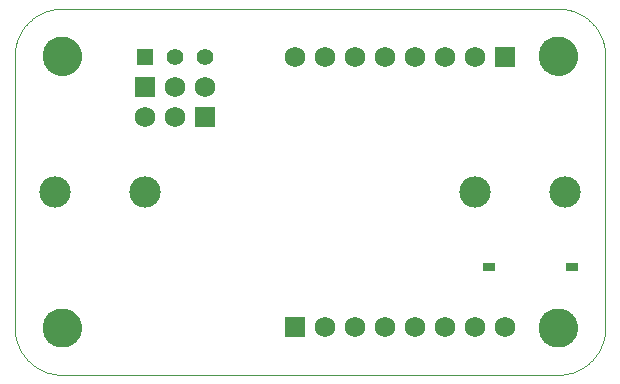
<source format=gbs>
G75*
%MOIN*%
%OFA0B0*%
%FSLAX25Y25*%
%IPPOS*%
%LPD*%
%AMOC8*
5,1,8,0,0,1.08239X$1,22.5*
%
%ADD10C,0.00000*%
%ADD11C,0.12998*%
%ADD12R,0.06825X0.06825*%
%ADD13C,0.06825*%
%ADD14R,0.05550X0.05550*%
%ADD15C,0.05550*%
%ADD16R,0.04337X0.02762*%
%ADD17C,0.10450*%
D10*
X0047094Y0034156D02*
X0212449Y0034156D01*
X0206150Y0049904D02*
X0206152Y0050062D01*
X0206158Y0050220D01*
X0206168Y0050378D01*
X0206182Y0050536D01*
X0206200Y0050693D01*
X0206221Y0050850D01*
X0206247Y0051006D01*
X0206277Y0051162D01*
X0206310Y0051317D01*
X0206348Y0051470D01*
X0206389Y0051623D01*
X0206434Y0051775D01*
X0206483Y0051926D01*
X0206536Y0052075D01*
X0206592Y0052223D01*
X0206652Y0052369D01*
X0206716Y0052514D01*
X0206784Y0052657D01*
X0206855Y0052799D01*
X0206929Y0052939D01*
X0207007Y0053076D01*
X0207089Y0053212D01*
X0207173Y0053346D01*
X0207262Y0053477D01*
X0207353Y0053606D01*
X0207448Y0053733D01*
X0207545Y0053858D01*
X0207646Y0053980D01*
X0207750Y0054099D01*
X0207857Y0054216D01*
X0207967Y0054330D01*
X0208080Y0054441D01*
X0208195Y0054550D01*
X0208313Y0054655D01*
X0208434Y0054757D01*
X0208557Y0054857D01*
X0208683Y0054953D01*
X0208811Y0055046D01*
X0208941Y0055136D01*
X0209074Y0055222D01*
X0209209Y0055306D01*
X0209345Y0055385D01*
X0209484Y0055462D01*
X0209625Y0055534D01*
X0209767Y0055604D01*
X0209911Y0055669D01*
X0210057Y0055731D01*
X0210204Y0055789D01*
X0210353Y0055844D01*
X0210503Y0055895D01*
X0210654Y0055942D01*
X0210806Y0055985D01*
X0210959Y0056024D01*
X0211114Y0056060D01*
X0211269Y0056091D01*
X0211425Y0056119D01*
X0211581Y0056143D01*
X0211738Y0056163D01*
X0211896Y0056179D01*
X0212053Y0056191D01*
X0212212Y0056199D01*
X0212370Y0056203D01*
X0212528Y0056203D01*
X0212686Y0056199D01*
X0212845Y0056191D01*
X0213002Y0056179D01*
X0213160Y0056163D01*
X0213317Y0056143D01*
X0213473Y0056119D01*
X0213629Y0056091D01*
X0213784Y0056060D01*
X0213939Y0056024D01*
X0214092Y0055985D01*
X0214244Y0055942D01*
X0214395Y0055895D01*
X0214545Y0055844D01*
X0214694Y0055789D01*
X0214841Y0055731D01*
X0214987Y0055669D01*
X0215131Y0055604D01*
X0215273Y0055534D01*
X0215414Y0055462D01*
X0215553Y0055385D01*
X0215689Y0055306D01*
X0215824Y0055222D01*
X0215957Y0055136D01*
X0216087Y0055046D01*
X0216215Y0054953D01*
X0216341Y0054857D01*
X0216464Y0054757D01*
X0216585Y0054655D01*
X0216703Y0054550D01*
X0216818Y0054441D01*
X0216931Y0054330D01*
X0217041Y0054216D01*
X0217148Y0054099D01*
X0217252Y0053980D01*
X0217353Y0053858D01*
X0217450Y0053733D01*
X0217545Y0053606D01*
X0217636Y0053477D01*
X0217725Y0053346D01*
X0217809Y0053212D01*
X0217891Y0053076D01*
X0217969Y0052939D01*
X0218043Y0052799D01*
X0218114Y0052657D01*
X0218182Y0052514D01*
X0218246Y0052369D01*
X0218306Y0052223D01*
X0218362Y0052075D01*
X0218415Y0051926D01*
X0218464Y0051775D01*
X0218509Y0051623D01*
X0218550Y0051470D01*
X0218588Y0051317D01*
X0218621Y0051162D01*
X0218651Y0051006D01*
X0218677Y0050850D01*
X0218698Y0050693D01*
X0218716Y0050536D01*
X0218730Y0050378D01*
X0218740Y0050220D01*
X0218746Y0050062D01*
X0218748Y0049904D01*
X0218746Y0049746D01*
X0218740Y0049588D01*
X0218730Y0049430D01*
X0218716Y0049272D01*
X0218698Y0049115D01*
X0218677Y0048958D01*
X0218651Y0048802D01*
X0218621Y0048646D01*
X0218588Y0048491D01*
X0218550Y0048338D01*
X0218509Y0048185D01*
X0218464Y0048033D01*
X0218415Y0047882D01*
X0218362Y0047733D01*
X0218306Y0047585D01*
X0218246Y0047439D01*
X0218182Y0047294D01*
X0218114Y0047151D01*
X0218043Y0047009D01*
X0217969Y0046869D01*
X0217891Y0046732D01*
X0217809Y0046596D01*
X0217725Y0046462D01*
X0217636Y0046331D01*
X0217545Y0046202D01*
X0217450Y0046075D01*
X0217353Y0045950D01*
X0217252Y0045828D01*
X0217148Y0045709D01*
X0217041Y0045592D01*
X0216931Y0045478D01*
X0216818Y0045367D01*
X0216703Y0045258D01*
X0216585Y0045153D01*
X0216464Y0045051D01*
X0216341Y0044951D01*
X0216215Y0044855D01*
X0216087Y0044762D01*
X0215957Y0044672D01*
X0215824Y0044586D01*
X0215689Y0044502D01*
X0215553Y0044423D01*
X0215414Y0044346D01*
X0215273Y0044274D01*
X0215131Y0044204D01*
X0214987Y0044139D01*
X0214841Y0044077D01*
X0214694Y0044019D01*
X0214545Y0043964D01*
X0214395Y0043913D01*
X0214244Y0043866D01*
X0214092Y0043823D01*
X0213939Y0043784D01*
X0213784Y0043748D01*
X0213629Y0043717D01*
X0213473Y0043689D01*
X0213317Y0043665D01*
X0213160Y0043645D01*
X0213002Y0043629D01*
X0212845Y0043617D01*
X0212686Y0043609D01*
X0212528Y0043605D01*
X0212370Y0043605D01*
X0212212Y0043609D01*
X0212053Y0043617D01*
X0211896Y0043629D01*
X0211738Y0043645D01*
X0211581Y0043665D01*
X0211425Y0043689D01*
X0211269Y0043717D01*
X0211114Y0043748D01*
X0210959Y0043784D01*
X0210806Y0043823D01*
X0210654Y0043866D01*
X0210503Y0043913D01*
X0210353Y0043964D01*
X0210204Y0044019D01*
X0210057Y0044077D01*
X0209911Y0044139D01*
X0209767Y0044204D01*
X0209625Y0044274D01*
X0209484Y0044346D01*
X0209345Y0044423D01*
X0209209Y0044502D01*
X0209074Y0044586D01*
X0208941Y0044672D01*
X0208811Y0044762D01*
X0208683Y0044855D01*
X0208557Y0044951D01*
X0208434Y0045051D01*
X0208313Y0045153D01*
X0208195Y0045258D01*
X0208080Y0045367D01*
X0207967Y0045478D01*
X0207857Y0045592D01*
X0207750Y0045709D01*
X0207646Y0045828D01*
X0207545Y0045950D01*
X0207448Y0046075D01*
X0207353Y0046202D01*
X0207262Y0046331D01*
X0207173Y0046462D01*
X0207089Y0046596D01*
X0207007Y0046732D01*
X0206929Y0046869D01*
X0206855Y0047009D01*
X0206784Y0047151D01*
X0206716Y0047294D01*
X0206652Y0047439D01*
X0206592Y0047585D01*
X0206536Y0047733D01*
X0206483Y0047882D01*
X0206434Y0048033D01*
X0206389Y0048185D01*
X0206348Y0048338D01*
X0206310Y0048491D01*
X0206277Y0048646D01*
X0206247Y0048802D01*
X0206221Y0048958D01*
X0206200Y0049115D01*
X0206182Y0049272D01*
X0206168Y0049430D01*
X0206158Y0049588D01*
X0206152Y0049746D01*
X0206150Y0049904D01*
X0212449Y0034156D02*
X0212830Y0034161D01*
X0213210Y0034174D01*
X0213590Y0034197D01*
X0213969Y0034230D01*
X0214347Y0034271D01*
X0214724Y0034321D01*
X0215100Y0034381D01*
X0215475Y0034449D01*
X0215847Y0034527D01*
X0216218Y0034614D01*
X0216586Y0034709D01*
X0216952Y0034814D01*
X0217315Y0034927D01*
X0217676Y0035049D01*
X0218033Y0035179D01*
X0218387Y0035319D01*
X0218738Y0035466D01*
X0219085Y0035623D01*
X0219428Y0035787D01*
X0219767Y0035960D01*
X0220102Y0036141D01*
X0220433Y0036330D01*
X0220758Y0036527D01*
X0221079Y0036731D01*
X0221395Y0036944D01*
X0221705Y0037164D01*
X0222011Y0037391D01*
X0222310Y0037626D01*
X0222604Y0037868D01*
X0222892Y0038116D01*
X0223174Y0038372D01*
X0223449Y0038635D01*
X0223718Y0038904D01*
X0223981Y0039179D01*
X0224237Y0039461D01*
X0224485Y0039749D01*
X0224727Y0040043D01*
X0224962Y0040342D01*
X0225189Y0040648D01*
X0225409Y0040958D01*
X0225622Y0041274D01*
X0225826Y0041595D01*
X0226023Y0041920D01*
X0226212Y0042251D01*
X0226393Y0042586D01*
X0226566Y0042925D01*
X0226730Y0043268D01*
X0226887Y0043615D01*
X0227034Y0043966D01*
X0227174Y0044320D01*
X0227304Y0044677D01*
X0227426Y0045038D01*
X0227539Y0045401D01*
X0227644Y0045767D01*
X0227739Y0046135D01*
X0227826Y0046506D01*
X0227904Y0046878D01*
X0227972Y0047253D01*
X0228032Y0047629D01*
X0228082Y0048006D01*
X0228123Y0048384D01*
X0228156Y0048763D01*
X0228179Y0049143D01*
X0228192Y0049523D01*
X0228197Y0049904D01*
X0228197Y0140455D01*
X0206150Y0140455D02*
X0206152Y0140613D01*
X0206158Y0140771D01*
X0206168Y0140929D01*
X0206182Y0141087D01*
X0206200Y0141244D01*
X0206221Y0141401D01*
X0206247Y0141557D01*
X0206277Y0141713D01*
X0206310Y0141868D01*
X0206348Y0142021D01*
X0206389Y0142174D01*
X0206434Y0142326D01*
X0206483Y0142477D01*
X0206536Y0142626D01*
X0206592Y0142774D01*
X0206652Y0142920D01*
X0206716Y0143065D01*
X0206784Y0143208D01*
X0206855Y0143350D01*
X0206929Y0143490D01*
X0207007Y0143627D01*
X0207089Y0143763D01*
X0207173Y0143897D01*
X0207262Y0144028D01*
X0207353Y0144157D01*
X0207448Y0144284D01*
X0207545Y0144409D01*
X0207646Y0144531D01*
X0207750Y0144650D01*
X0207857Y0144767D01*
X0207967Y0144881D01*
X0208080Y0144992D01*
X0208195Y0145101D01*
X0208313Y0145206D01*
X0208434Y0145308D01*
X0208557Y0145408D01*
X0208683Y0145504D01*
X0208811Y0145597D01*
X0208941Y0145687D01*
X0209074Y0145773D01*
X0209209Y0145857D01*
X0209345Y0145936D01*
X0209484Y0146013D01*
X0209625Y0146085D01*
X0209767Y0146155D01*
X0209911Y0146220D01*
X0210057Y0146282D01*
X0210204Y0146340D01*
X0210353Y0146395D01*
X0210503Y0146446D01*
X0210654Y0146493D01*
X0210806Y0146536D01*
X0210959Y0146575D01*
X0211114Y0146611D01*
X0211269Y0146642D01*
X0211425Y0146670D01*
X0211581Y0146694D01*
X0211738Y0146714D01*
X0211896Y0146730D01*
X0212053Y0146742D01*
X0212212Y0146750D01*
X0212370Y0146754D01*
X0212528Y0146754D01*
X0212686Y0146750D01*
X0212845Y0146742D01*
X0213002Y0146730D01*
X0213160Y0146714D01*
X0213317Y0146694D01*
X0213473Y0146670D01*
X0213629Y0146642D01*
X0213784Y0146611D01*
X0213939Y0146575D01*
X0214092Y0146536D01*
X0214244Y0146493D01*
X0214395Y0146446D01*
X0214545Y0146395D01*
X0214694Y0146340D01*
X0214841Y0146282D01*
X0214987Y0146220D01*
X0215131Y0146155D01*
X0215273Y0146085D01*
X0215414Y0146013D01*
X0215553Y0145936D01*
X0215689Y0145857D01*
X0215824Y0145773D01*
X0215957Y0145687D01*
X0216087Y0145597D01*
X0216215Y0145504D01*
X0216341Y0145408D01*
X0216464Y0145308D01*
X0216585Y0145206D01*
X0216703Y0145101D01*
X0216818Y0144992D01*
X0216931Y0144881D01*
X0217041Y0144767D01*
X0217148Y0144650D01*
X0217252Y0144531D01*
X0217353Y0144409D01*
X0217450Y0144284D01*
X0217545Y0144157D01*
X0217636Y0144028D01*
X0217725Y0143897D01*
X0217809Y0143763D01*
X0217891Y0143627D01*
X0217969Y0143490D01*
X0218043Y0143350D01*
X0218114Y0143208D01*
X0218182Y0143065D01*
X0218246Y0142920D01*
X0218306Y0142774D01*
X0218362Y0142626D01*
X0218415Y0142477D01*
X0218464Y0142326D01*
X0218509Y0142174D01*
X0218550Y0142021D01*
X0218588Y0141868D01*
X0218621Y0141713D01*
X0218651Y0141557D01*
X0218677Y0141401D01*
X0218698Y0141244D01*
X0218716Y0141087D01*
X0218730Y0140929D01*
X0218740Y0140771D01*
X0218746Y0140613D01*
X0218748Y0140455D01*
X0218746Y0140297D01*
X0218740Y0140139D01*
X0218730Y0139981D01*
X0218716Y0139823D01*
X0218698Y0139666D01*
X0218677Y0139509D01*
X0218651Y0139353D01*
X0218621Y0139197D01*
X0218588Y0139042D01*
X0218550Y0138889D01*
X0218509Y0138736D01*
X0218464Y0138584D01*
X0218415Y0138433D01*
X0218362Y0138284D01*
X0218306Y0138136D01*
X0218246Y0137990D01*
X0218182Y0137845D01*
X0218114Y0137702D01*
X0218043Y0137560D01*
X0217969Y0137420D01*
X0217891Y0137283D01*
X0217809Y0137147D01*
X0217725Y0137013D01*
X0217636Y0136882D01*
X0217545Y0136753D01*
X0217450Y0136626D01*
X0217353Y0136501D01*
X0217252Y0136379D01*
X0217148Y0136260D01*
X0217041Y0136143D01*
X0216931Y0136029D01*
X0216818Y0135918D01*
X0216703Y0135809D01*
X0216585Y0135704D01*
X0216464Y0135602D01*
X0216341Y0135502D01*
X0216215Y0135406D01*
X0216087Y0135313D01*
X0215957Y0135223D01*
X0215824Y0135137D01*
X0215689Y0135053D01*
X0215553Y0134974D01*
X0215414Y0134897D01*
X0215273Y0134825D01*
X0215131Y0134755D01*
X0214987Y0134690D01*
X0214841Y0134628D01*
X0214694Y0134570D01*
X0214545Y0134515D01*
X0214395Y0134464D01*
X0214244Y0134417D01*
X0214092Y0134374D01*
X0213939Y0134335D01*
X0213784Y0134299D01*
X0213629Y0134268D01*
X0213473Y0134240D01*
X0213317Y0134216D01*
X0213160Y0134196D01*
X0213002Y0134180D01*
X0212845Y0134168D01*
X0212686Y0134160D01*
X0212528Y0134156D01*
X0212370Y0134156D01*
X0212212Y0134160D01*
X0212053Y0134168D01*
X0211896Y0134180D01*
X0211738Y0134196D01*
X0211581Y0134216D01*
X0211425Y0134240D01*
X0211269Y0134268D01*
X0211114Y0134299D01*
X0210959Y0134335D01*
X0210806Y0134374D01*
X0210654Y0134417D01*
X0210503Y0134464D01*
X0210353Y0134515D01*
X0210204Y0134570D01*
X0210057Y0134628D01*
X0209911Y0134690D01*
X0209767Y0134755D01*
X0209625Y0134825D01*
X0209484Y0134897D01*
X0209345Y0134974D01*
X0209209Y0135053D01*
X0209074Y0135137D01*
X0208941Y0135223D01*
X0208811Y0135313D01*
X0208683Y0135406D01*
X0208557Y0135502D01*
X0208434Y0135602D01*
X0208313Y0135704D01*
X0208195Y0135809D01*
X0208080Y0135918D01*
X0207967Y0136029D01*
X0207857Y0136143D01*
X0207750Y0136260D01*
X0207646Y0136379D01*
X0207545Y0136501D01*
X0207448Y0136626D01*
X0207353Y0136753D01*
X0207262Y0136882D01*
X0207173Y0137013D01*
X0207089Y0137147D01*
X0207007Y0137283D01*
X0206929Y0137420D01*
X0206855Y0137560D01*
X0206784Y0137702D01*
X0206716Y0137845D01*
X0206652Y0137990D01*
X0206592Y0138136D01*
X0206536Y0138284D01*
X0206483Y0138433D01*
X0206434Y0138584D01*
X0206389Y0138736D01*
X0206348Y0138889D01*
X0206310Y0139042D01*
X0206277Y0139197D01*
X0206247Y0139353D01*
X0206221Y0139509D01*
X0206200Y0139666D01*
X0206182Y0139823D01*
X0206168Y0139981D01*
X0206158Y0140139D01*
X0206152Y0140297D01*
X0206150Y0140455D01*
X0212449Y0156203D02*
X0212830Y0156198D01*
X0213210Y0156185D01*
X0213590Y0156162D01*
X0213969Y0156129D01*
X0214347Y0156088D01*
X0214724Y0156038D01*
X0215100Y0155978D01*
X0215475Y0155910D01*
X0215847Y0155832D01*
X0216218Y0155745D01*
X0216586Y0155650D01*
X0216952Y0155545D01*
X0217315Y0155432D01*
X0217676Y0155310D01*
X0218033Y0155180D01*
X0218387Y0155040D01*
X0218738Y0154893D01*
X0219085Y0154736D01*
X0219428Y0154572D01*
X0219767Y0154399D01*
X0220102Y0154218D01*
X0220433Y0154029D01*
X0220758Y0153832D01*
X0221079Y0153628D01*
X0221395Y0153415D01*
X0221705Y0153195D01*
X0222011Y0152968D01*
X0222310Y0152733D01*
X0222604Y0152491D01*
X0222892Y0152243D01*
X0223174Y0151987D01*
X0223449Y0151724D01*
X0223718Y0151455D01*
X0223981Y0151180D01*
X0224237Y0150898D01*
X0224485Y0150610D01*
X0224727Y0150316D01*
X0224962Y0150017D01*
X0225189Y0149711D01*
X0225409Y0149401D01*
X0225622Y0149085D01*
X0225826Y0148764D01*
X0226023Y0148439D01*
X0226212Y0148108D01*
X0226393Y0147773D01*
X0226566Y0147434D01*
X0226730Y0147091D01*
X0226887Y0146744D01*
X0227034Y0146393D01*
X0227174Y0146039D01*
X0227304Y0145682D01*
X0227426Y0145321D01*
X0227539Y0144958D01*
X0227644Y0144592D01*
X0227739Y0144224D01*
X0227826Y0143853D01*
X0227904Y0143481D01*
X0227972Y0143106D01*
X0228032Y0142730D01*
X0228082Y0142353D01*
X0228123Y0141975D01*
X0228156Y0141596D01*
X0228179Y0141216D01*
X0228192Y0140836D01*
X0228197Y0140455D01*
X0212449Y0156203D02*
X0047094Y0156203D01*
X0040795Y0140455D02*
X0040797Y0140613D01*
X0040803Y0140771D01*
X0040813Y0140929D01*
X0040827Y0141087D01*
X0040845Y0141244D01*
X0040866Y0141401D01*
X0040892Y0141557D01*
X0040922Y0141713D01*
X0040955Y0141868D01*
X0040993Y0142021D01*
X0041034Y0142174D01*
X0041079Y0142326D01*
X0041128Y0142477D01*
X0041181Y0142626D01*
X0041237Y0142774D01*
X0041297Y0142920D01*
X0041361Y0143065D01*
X0041429Y0143208D01*
X0041500Y0143350D01*
X0041574Y0143490D01*
X0041652Y0143627D01*
X0041734Y0143763D01*
X0041818Y0143897D01*
X0041907Y0144028D01*
X0041998Y0144157D01*
X0042093Y0144284D01*
X0042190Y0144409D01*
X0042291Y0144531D01*
X0042395Y0144650D01*
X0042502Y0144767D01*
X0042612Y0144881D01*
X0042725Y0144992D01*
X0042840Y0145101D01*
X0042958Y0145206D01*
X0043079Y0145308D01*
X0043202Y0145408D01*
X0043328Y0145504D01*
X0043456Y0145597D01*
X0043586Y0145687D01*
X0043719Y0145773D01*
X0043854Y0145857D01*
X0043990Y0145936D01*
X0044129Y0146013D01*
X0044270Y0146085D01*
X0044412Y0146155D01*
X0044556Y0146220D01*
X0044702Y0146282D01*
X0044849Y0146340D01*
X0044998Y0146395D01*
X0045148Y0146446D01*
X0045299Y0146493D01*
X0045451Y0146536D01*
X0045604Y0146575D01*
X0045759Y0146611D01*
X0045914Y0146642D01*
X0046070Y0146670D01*
X0046226Y0146694D01*
X0046383Y0146714D01*
X0046541Y0146730D01*
X0046698Y0146742D01*
X0046857Y0146750D01*
X0047015Y0146754D01*
X0047173Y0146754D01*
X0047331Y0146750D01*
X0047490Y0146742D01*
X0047647Y0146730D01*
X0047805Y0146714D01*
X0047962Y0146694D01*
X0048118Y0146670D01*
X0048274Y0146642D01*
X0048429Y0146611D01*
X0048584Y0146575D01*
X0048737Y0146536D01*
X0048889Y0146493D01*
X0049040Y0146446D01*
X0049190Y0146395D01*
X0049339Y0146340D01*
X0049486Y0146282D01*
X0049632Y0146220D01*
X0049776Y0146155D01*
X0049918Y0146085D01*
X0050059Y0146013D01*
X0050198Y0145936D01*
X0050334Y0145857D01*
X0050469Y0145773D01*
X0050602Y0145687D01*
X0050732Y0145597D01*
X0050860Y0145504D01*
X0050986Y0145408D01*
X0051109Y0145308D01*
X0051230Y0145206D01*
X0051348Y0145101D01*
X0051463Y0144992D01*
X0051576Y0144881D01*
X0051686Y0144767D01*
X0051793Y0144650D01*
X0051897Y0144531D01*
X0051998Y0144409D01*
X0052095Y0144284D01*
X0052190Y0144157D01*
X0052281Y0144028D01*
X0052370Y0143897D01*
X0052454Y0143763D01*
X0052536Y0143627D01*
X0052614Y0143490D01*
X0052688Y0143350D01*
X0052759Y0143208D01*
X0052827Y0143065D01*
X0052891Y0142920D01*
X0052951Y0142774D01*
X0053007Y0142626D01*
X0053060Y0142477D01*
X0053109Y0142326D01*
X0053154Y0142174D01*
X0053195Y0142021D01*
X0053233Y0141868D01*
X0053266Y0141713D01*
X0053296Y0141557D01*
X0053322Y0141401D01*
X0053343Y0141244D01*
X0053361Y0141087D01*
X0053375Y0140929D01*
X0053385Y0140771D01*
X0053391Y0140613D01*
X0053393Y0140455D01*
X0053391Y0140297D01*
X0053385Y0140139D01*
X0053375Y0139981D01*
X0053361Y0139823D01*
X0053343Y0139666D01*
X0053322Y0139509D01*
X0053296Y0139353D01*
X0053266Y0139197D01*
X0053233Y0139042D01*
X0053195Y0138889D01*
X0053154Y0138736D01*
X0053109Y0138584D01*
X0053060Y0138433D01*
X0053007Y0138284D01*
X0052951Y0138136D01*
X0052891Y0137990D01*
X0052827Y0137845D01*
X0052759Y0137702D01*
X0052688Y0137560D01*
X0052614Y0137420D01*
X0052536Y0137283D01*
X0052454Y0137147D01*
X0052370Y0137013D01*
X0052281Y0136882D01*
X0052190Y0136753D01*
X0052095Y0136626D01*
X0051998Y0136501D01*
X0051897Y0136379D01*
X0051793Y0136260D01*
X0051686Y0136143D01*
X0051576Y0136029D01*
X0051463Y0135918D01*
X0051348Y0135809D01*
X0051230Y0135704D01*
X0051109Y0135602D01*
X0050986Y0135502D01*
X0050860Y0135406D01*
X0050732Y0135313D01*
X0050602Y0135223D01*
X0050469Y0135137D01*
X0050334Y0135053D01*
X0050198Y0134974D01*
X0050059Y0134897D01*
X0049918Y0134825D01*
X0049776Y0134755D01*
X0049632Y0134690D01*
X0049486Y0134628D01*
X0049339Y0134570D01*
X0049190Y0134515D01*
X0049040Y0134464D01*
X0048889Y0134417D01*
X0048737Y0134374D01*
X0048584Y0134335D01*
X0048429Y0134299D01*
X0048274Y0134268D01*
X0048118Y0134240D01*
X0047962Y0134216D01*
X0047805Y0134196D01*
X0047647Y0134180D01*
X0047490Y0134168D01*
X0047331Y0134160D01*
X0047173Y0134156D01*
X0047015Y0134156D01*
X0046857Y0134160D01*
X0046698Y0134168D01*
X0046541Y0134180D01*
X0046383Y0134196D01*
X0046226Y0134216D01*
X0046070Y0134240D01*
X0045914Y0134268D01*
X0045759Y0134299D01*
X0045604Y0134335D01*
X0045451Y0134374D01*
X0045299Y0134417D01*
X0045148Y0134464D01*
X0044998Y0134515D01*
X0044849Y0134570D01*
X0044702Y0134628D01*
X0044556Y0134690D01*
X0044412Y0134755D01*
X0044270Y0134825D01*
X0044129Y0134897D01*
X0043990Y0134974D01*
X0043854Y0135053D01*
X0043719Y0135137D01*
X0043586Y0135223D01*
X0043456Y0135313D01*
X0043328Y0135406D01*
X0043202Y0135502D01*
X0043079Y0135602D01*
X0042958Y0135704D01*
X0042840Y0135809D01*
X0042725Y0135918D01*
X0042612Y0136029D01*
X0042502Y0136143D01*
X0042395Y0136260D01*
X0042291Y0136379D01*
X0042190Y0136501D01*
X0042093Y0136626D01*
X0041998Y0136753D01*
X0041907Y0136882D01*
X0041818Y0137013D01*
X0041734Y0137147D01*
X0041652Y0137283D01*
X0041574Y0137420D01*
X0041500Y0137560D01*
X0041429Y0137702D01*
X0041361Y0137845D01*
X0041297Y0137990D01*
X0041237Y0138136D01*
X0041181Y0138284D01*
X0041128Y0138433D01*
X0041079Y0138584D01*
X0041034Y0138736D01*
X0040993Y0138889D01*
X0040955Y0139042D01*
X0040922Y0139197D01*
X0040892Y0139353D01*
X0040866Y0139509D01*
X0040845Y0139666D01*
X0040827Y0139823D01*
X0040813Y0139981D01*
X0040803Y0140139D01*
X0040797Y0140297D01*
X0040795Y0140455D01*
X0031346Y0140455D02*
X0031351Y0140836D01*
X0031364Y0141216D01*
X0031387Y0141596D01*
X0031420Y0141975D01*
X0031461Y0142353D01*
X0031511Y0142730D01*
X0031571Y0143106D01*
X0031639Y0143481D01*
X0031717Y0143853D01*
X0031804Y0144224D01*
X0031899Y0144592D01*
X0032004Y0144958D01*
X0032117Y0145321D01*
X0032239Y0145682D01*
X0032369Y0146039D01*
X0032509Y0146393D01*
X0032656Y0146744D01*
X0032813Y0147091D01*
X0032977Y0147434D01*
X0033150Y0147773D01*
X0033331Y0148108D01*
X0033520Y0148439D01*
X0033717Y0148764D01*
X0033921Y0149085D01*
X0034134Y0149401D01*
X0034354Y0149711D01*
X0034581Y0150017D01*
X0034816Y0150316D01*
X0035058Y0150610D01*
X0035306Y0150898D01*
X0035562Y0151180D01*
X0035825Y0151455D01*
X0036094Y0151724D01*
X0036369Y0151987D01*
X0036651Y0152243D01*
X0036939Y0152491D01*
X0037233Y0152733D01*
X0037532Y0152968D01*
X0037838Y0153195D01*
X0038148Y0153415D01*
X0038464Y0153628D01*
X0038785Y0153832D01*
X0039110Y0154029D01*
X0039441Y0154218D01*
X0039776Y0154399D01*
X0040115Y0154572D01*
X0040458Y0154736D01*
X0040805Y0154893D01*
X0041156Y0155040D01*
X0041510Y0155180D01*
X0041867Y0155310D01*
X0042228Y0155432D01*
X0042591Y0155545D01*
X0042957Y0155650D01*
X0043325Y0155745D01*
X0043696Y0155832D01*
X0044068Y0155910D01*
X0044443Y0155978D01*
X0044819Y0156038D01*
X0045196Y0156088D01*
X0045574Y0156129D01*
X0045953Y0156162D01*
X0046333Y0156185D01*
X0046713Y0156198D01*
X0047094Y0156203D01*
X0031346Y0140455D02*
X0031346Y0049904D01*
X0040795Y0049904D02*
X0040797Y0050062D01*
X0040803Y0050220D01*
X0040813Y0050378D01*
X0040827Y0050536D01*
X0040845Y0050693D01*
X0040866Y0050850D01*
X0040892Y0051006D01*
X0040922Y0051162D01*
X0040955Y0051317D01*
X0040993Y0051470D01*
X0041034Y0051623D01*
X0041079Y0051775D01*
X0041128Y0051926D01*
X0041181Y0052075D01*
X0041237Y0052223D01*
X0041297Y0052369D01*
X0041361Y0052514D01*
X0041429Y0052657D01*
X0041500Y0052799D01*
X0041574Y0052939D01*
X0041652Y0053076D01*
X0041734Y0053212D01*
X0041818Y0053346D01*
X0041907Y0053477D01*
X0041998Y0053606D01*
X0042093Y0053733D01*
X0042190Y0053858D01*
X0042291Y0053980D01*
X0042395Y0054099D01*
X0042502Y0054216D01*
X0042612Y0054330D01*
X0042725Y0054441D01*
X0042840Y0054550D01*
X0042958Y0054655D01*
X0043079Y0054757D01*
X0043202Y0054857D01*
X0043328Y0054953D01*
X0043456Y0055046D01*
X0043586Y0055136D01*
X0043719Y0055222D01*
X0043854Y0055306D01*
X0043990Y0055385D01*
X0044129Y0055462D01*
X0044270Y0055534D01*
X0044412Y0055604D01*
X0044556Y0055669D01*
X0044702Y0055731D01*
X0044849Y0055789D01*
X0044998Y0055844D01*
X0045148Y0055895D01*
X0045299Y0055942D01*
X0045451Y0055985D01*
X0045604Y0056024D01*
X0045759Y0056060D01*
X0045914Y0056091D01*
X0046070Y0056119D01*
X0046226Y0056143D01*
X0046383Y0056163D01*
X0046541Y0056179D01*
X0046698Y0056191D01*
X0046857Y0056199D01*
X0047015Y0056203D01*
X0047173Y0056203D01*
X0047331Y0056199D01*
X0047490Y0056191D01*
X0047647Y0056179D01*
X0047805Y0056163D01*
X0047962Y0056143D01*
X0048118Y0056119D01*
X0048274Y0056091D01*
X0048429Y0056060D01*
X0048584Y0056024D01*
X0048737Y0055985D01*
X0048889Y0055942D01*
X0049040Y0055895D01*
X0049190Y0055844D01*
X0049339Y0055789D01*
X0049486Y0055731D01*
X0049632Y0055669D01*
X0049776Y0055604D01*
X0049918Y0055534D01*
X0050059Y0055462D01*
X0050198Y0055385D01*
X0050334Y0055306D01*
X0050469Y0055222D01*
X0050602Y0055136D01*
X0050732Y0055046D01*
X0050860Y0054953D01*
X0050986Y0054857D01*
X0051109Y0054757D01*
X0051230Y0054655D01*
X0051348Y0054550D01*
X0051463Y0054441D01*
X0051576Y0054330D01*
X0051686Y0054216D01*
X0051793Y0054099D01*
X0051897Y0053980D01*
X0051998Y0053858D01*
X0052095Y0053733D01*
X0052190Y0053606D01*
X0052281Y0053477D01*
X0052370Y0053346D01*
X0052454Y0053212D01*
X0052536Y0053076D01*
X0052614Y0052939D01*
X0052688Y0052799D01*
X0052759Y0052657D01*
X0052827Y0052514D01*
X0052891Y0052369D01*
X0052951Y0052223D01*
X0053007Y0052075D01*
X0053060Y0051926D01*
X0053109Y0051775D01*
X0053154Y0051623D01*
X0053195Y0051470D01*
X0053233Y0051317D01*
X0053266Y0051162D01*
X0053296Y0051006D01*
X0053322Y0050850D01*
X0053343Y0050693D01*
X0053361Y0050536D01*
X0053375Y0050378D01*
X0053385Y0050220D01*
X0053391Y0050062D01*
X0053393Y0049904D01*
X0053391Y0049746D01*
X0053385Y0049588D01*
X0053375Y0049430D01*
X0053361Y0049272D01*
X0053343Y0049115D01*
X0053322Y0048958D01*
X0053296Y0048802D01*
X0053266Y0048646D01*
X0053233Y0048491D01*
X0053195Y0048338D01*
X0053154Y0048185D01*
X0053109Y0048033D01*
X0053060Y0047882D01*
X0053007Y0047733D01*
X0052951Y0047585D01*
X0052891Y0047439D01*
X0052827Y0047294D01*
X0052759Y0047151D01*
X0052688Y0047009D01*
X0052614Y0046869D01*
X0052536Y0046732D01*
X0052454Y0046596D01*
X0052370Y0046462D01*
X0052281Y0046331D01*
X0052190Y0046202D01*
X0052095Y0046075D01*
X0051998Y0045950D01*
X0051897Y0045828D01*
X0051793Y0045709D01*
X0051686Y0045592D01*
X0051576Y0045478D01*
X0051463Y0045367D01*
X0051348Y0045258D01*
X0051230Y0045153D01*
X0051109Y0045051D01*
X0050986Y0044951D01*
X0050860Y0044855D01*
X0050732Y0044762D01*
X0050602Y0044672D01*
X0050469Y0044586D01*
X0050334Y0044502D01*
X0050198Y0044423D01*
X0050059Y0044346D01*
X0049918Y0044274D01*
X0049776Y0044204D01*
X0049632Y0044139D01*
X0049486Y0044077D01*
X0049339Y0044019D01*
X0049190Y0043964D01*
X0049040Y0043913D01*
X0048889Y0043866D01*
X0048737Y0043823D01*
X0048584Y0043784D01*
X0048429Y0043748D01*
X0048274Y0043717D01*
X0048118Y0043689D01*
X0047962Y0043665D01*
X0047805Y0043645D01*
X0047647Y0043629D01*
X0047490Y0043617D01*
X0047331Y0043609D01*
X0047173Y0043605D01*
X0047015Y0043605D01*
X0046857Y0043609D01*
X0046698Y0043617D01*
X0046541Y0043629D01*
X0046383Y0043645D01*
X0046226Y0043665D01*
X0046070Y0043689D01*
X0045914Y0043717D01*
X0045759Y0043748D01*
X0045604Y0043784D01*
X0045451Y0043823D01*
X0045299Y0043866D01*
X0045148Y0043913D01*
X0044998Y0043964D01*
X0044849Y0044019D01*
X0044702Y0044077D01*
X0044556Y0044139D01*
X0044412Y0044204D01*
X0044270Y0044274D01*
X0044129Y0044346D01*
X0043990Y0044423D01*
X0043854Y0044502D01*
X0043719Y0044586D01*
X0043586Y0044672D01*
X0043456Y0044762D01*
X0043328Y0044855D01*
X0043202Y0044951D01*
X0043079Y0045051D01*
X0042958Y0045153D01*
X0042840Y0045258D01*
X0042725Y0045367D01*
X0042612Y0045478D01*
X0042502Y0045592D01*
X0042395Y0045709D01*
X0042291Y0045828D01*
X0042190Y0045950D01*
X0042093Y0046075D01*
X0041998Y0046202D01*
X0041907Y0046331D01*
X0041818Y0046462D01*
X0041734Y0046596D01*
X0041652Y0046732D01*
X0041574Y0046869D01*
X0041500Y0047009D01*
X0041429Y0047151D01*
X0041361Y0047294D01*
X0041297Y0047439D01*
X0041237Y0047585D01*
X0041181Y0047733D01*
X0041128Y0047882D01*
X0041079Y0048033D01*
X0041034Y0048185D01*
X0040993Y0048338D01*
X0040955Y0048491D01*
X0040922Y0048646D01*
X0040892Y0048802D01*
X0040866Y0048958D01*
X0040845Y0049115D01*
X0040827Y0049272D01*
X0040813Y0049430D01*
X0040803Y0049588D01*
X0040797Y0049746D01*
X0040795Y0049904D01*
X0031346Y0049904D02*
X0031351Y0049523D01*
X0031364Y0049143D01*
X0031387Y0048763D01*
X0031420Y0048384D01*
X0031461Y0048006D01*
X0031511Y0047629D01*
X0031571Y0047253D01*
X0031639Y0046878D01*
X0031717Y0046506D01*
X0031804Y0046135D01*
X0031899Y0045767D01*
X0032004Y0045401D01*
X0032117Y0045038D01*
X0032239Y0044677D01*
X0032369Y0044320D01*
X0032509Y0043966D01*
X0032656Y0043615D01*
X0032813Y0043268D01*
X0032977Y0042925D01*
X0033150Y0042586D01*
X0033331Y0042251D01*
X0033520Y0041920D01*
X0033717Y0041595D01*
X0033921Y0041274D01*
X0034134Y0040958D01*
X0034354Y0040648D01*
X0034581Y0040342D01*
X0034816Y0040043D01*
X0035058Y0039749D01*
X0035306Y0039461D01*
X0035562Y0039179D01*
X0035825Y0038904D01*
X0036094Y0038635D01*
X0036369Y0038372D01*
X0036651Y0038116D01*
X0036939Y0037868D01*
X0037233Y0037626D01*
X0037532Y0037391D01*
X0037838Y0037164D01*
X0038148Y0036944D01*
X0038464Y0036731D01*
X0038785Y0036527D01*
X0039110Y0036330D01*
X0039441Y0036141D01*
X0039776Y0035960D01*
X0040115Y0035787D01*
X0040458Y0035623D01*
X0040805Y0035466D01*
X0041156Y0035319D01*
X0041510Y0035179D01*
X0041867Y0035049D01*
X0042228Y0034927D01*
X0042591Y0034814D01*
X0042957Y0034709D01*
X0043325Y0034614D01*
X0043696Y0034527D01*
X0044068Y0034449D01*
X0044443Y0034381D01*
X0044819Y0034321D01*
X0045196Y0034271D01*
X0045574Y0034230D01*
X0045953Y0034197D01*
X0046333Y0034174D01*
X0046713Y0034161D01*
X0047094Y0034156D01*
D11*
X0047094Y0049904D03*
X0047094Y0140455D03*
X0212449Y0140455D03*
X0212449Y0049904D03*
D12*
X0124772Y0050180D03*
X0094772Y0120180D03*
X0074772Y0130180D03*
X0194772Y0140180D03*
D13*
X0184772Y0140180D03*
X0174772Y0140180D03*
X0164772Y0140180D03*
X0154772Y0140180D03*
X0144772Y0140180D03*
X0134772Y0140180D03*
X0124772Y0140180D03*
X0094772Y0130180D03*
X0084772Y0130180D03*
X0084772Y0120180D03*
X0074772Y0120180D03*
X0134772Y0050180D03*
X0144772Y0050180D03*
X0154772Y0050180D03*
X0164772Y0050180D03*
X0174772Y0050180D03*
X0184772Y0050180D03*
X0194772Y0050180D03*
D14*
X0074772Y0140180D03*
D15*
X0084772Y0140180D03*
X0094772Y0140180D03*
D16*
X0189417Y0070180D03*
X0216976Y0070180D03*
D17*
X0214772Y0095180D03*
X0184772Y0095180D03*
X0074772Y0095180D03*
X0044772Y0095180D03*
M02*

</source>
